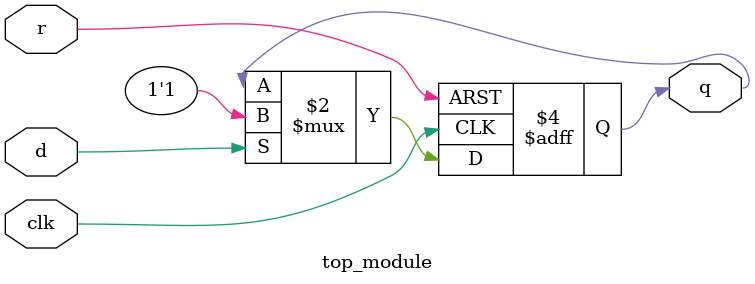
<source format=sv>
module top_module (
	input clk,
	input d,
	input r,
	output logic q
);

	// D Flip Flop implementation
	always_ff @(posedge clk or posedge r) begin
		if (r)
			q <= 0;
		else if (d)
			q <= 1;
	end
    
endmodule

</source>
